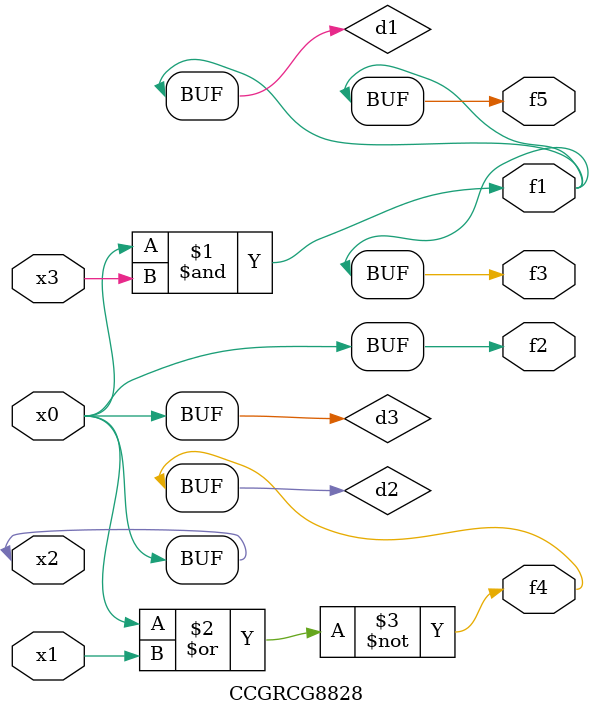
<source format=v>
module CCGRCG8828(
	input x0, x1, x2, x3,
	output f1, f2, f3, f4, f5
);

	wire d1, d2, d3;

	and (d1, x2, x3);
	nor (d2, x0, x1);
	buf (d3, x0, x2);
	assign f1 = d1;
	assign f2 = d3;
	assign f3 = d1;
	assign f4 = d2;
	assign f5 = d1;
endmodule

</source>
